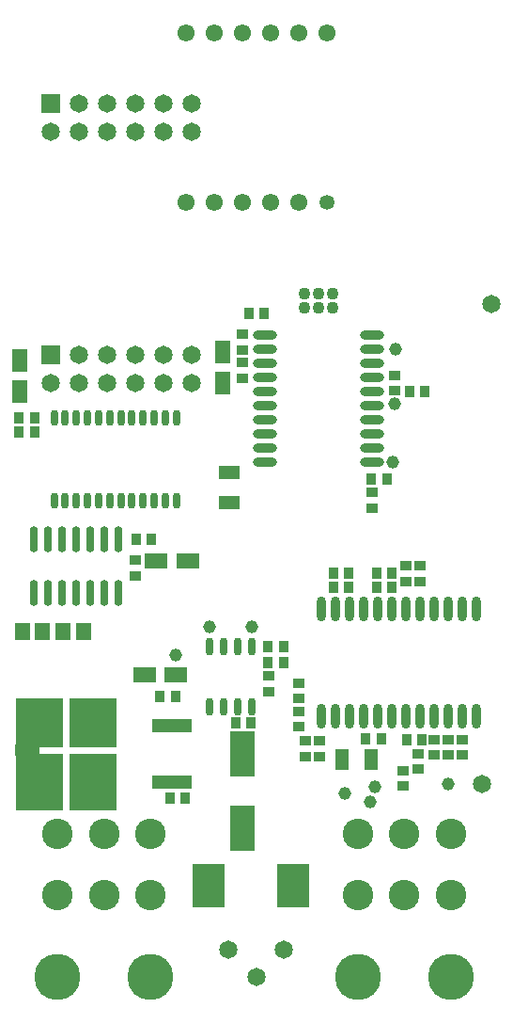
<source format=gts>
G04 Layer_Color=8388736*
%FSAX24Y24*%
%MOIN*%
G70*
G01*
G75*
%ADD81R,0.0850X0.0400*%
%ADD82R,0.1700X0.2050*%
%ADD83R,0.1695X0.2050*%
%ADD84R,0.1695X0.1750*%
%ADD85R,0.1700X0.1750*%
%ADD86O,0.0296X0.0572*%
%ADD87R,0.0532X0.0847*%
%ADD88R,0.0375X0.0414*%
%ADD89O,0.0867X0.0316*%
%ADD90R,0.0414X0.0375*%
%ADD91O,0.0316X0.0887*%
%ADD92R,0.0394X0.0355*%
%ADD93R,0.0906X0.1635*%
%ADD94R,0.1160X0.1560*%
%ADD95R,0.0493X0.0729*%
%ADD96R,0.0847X0.0532*%
%ADD97R,0.0532X0.0611*%
%ADD98O,0.0296X0.0926*%
%ADD99R,0.1438X0.0454*%
%ADD100R,0.0729X0.0493*%
%ADD101O,0.0296X0.0631*%
%ADD102R,0.0355X0.0394*%
%ADD103C,0.0454*%
%ADD104C,0.1084*%
%ADD105C,0.1635*%
%ADD106C,0.0651*%
%ADD107R,0.0651X0.0651*%
%ADD108C,0.0434*%
%ADD109C,0.0611*%
%ADD110C,0.0532*%
%ADD111C,0.0651*%
D81*
X001925Y009100D02*
D03*
D82*
X002350Y007975D02*
D03*
D83*
X004252D02*
D03*
D84*
Y010075D02*
D03*
D85*
X002350D02*
D03*
D86*
X007203Y020876D02*
D03*
X006809D02*
D03*
X006415D02*
D03*
X006022D02*
D03*
X005628D02*
D03*
X005234D02*
D03*
X004841D02*
D03*
X004447D02*
D03*
X004053D02*
D03*
X003659D02*
D03*
X003266D02*
D03*
X002872D02*
D03*
X007203Y017924D02*
D03*
X006809D02*
D03*
X006415D02*
D03*
X006022D02*
D03*
X005628D02*
D03*
X005234D02*
D03*
X004841D02*
D03*
X004447D02*
D03*
X004053D02*
D03*
X003659D02*
D03*
X003266D02*
D03*
X002872D02*
D03*
D87*
X001650Y021799D02*
D03*
Y022901D02*
D03*
X008850Y022099D02*
D03*
Y023201D02*
D03*
D88*
X001624Y020350D02*
D03*
X002176D02*
D03*
X002176Y020850D02*
D03*
X001624D02*
D03*
X015474Y021806D02*
D03*
X016026D02*
D03*
X014124Y018700D02*
D03*
X014676D02*
D03*
X012774Y014850D02*
D03*
X013326D02*
D03*
X013326Y015350D02*
D03*
X012774D02*
D03*
X014312Y014850D02*
D03*
X014863D02*
D03*
X014312Y015350D02*
D03*
X014863D02*
D03*
X009312Y010050D02*
D03*
X009863D02*
D03*
X014476Y009500D02*
D03*
X013924D02*
D03*
X006624Y011000D02*
D03*
X007176D02*
D03*
X006974Y007400D02*
D03*
X007525D02*
D03*
X011013Y012200D02*
D03*
X010462D02*
D03*
X011013Y012750D02*
D03*
X010462D02*
D03*
X010326Y024550D02*
D03*
X009774D02*
D03*
X006326Y016550D02*
D03*
X005774D02*
D03*
X015374Y009450D02*
D03*
D89*
X014137Y019300D02*
D03*
Y019800D02*
D03*
Y020300D02*
D03*
Y020800D02*
D03*
Y021300D02*
D03*
Y021800D02*
D03*
Y022300D02*
D03*
Y022800D02*
D03*
Y023300D02*
D03*
Y023800D02*
D03*
X010338Y019300D02*
D03*
Y019800D02*
D03*
Y020300D02*
D03*
Y020800D02*
D03*
Y021300D02*
D03*
Y021800D02*
D03*
Y022300D02*
D03*
Y022800D02*
D03*
Y023300D02*
D03*
Y023800D02*
D03*
D90*
X009550Y023826D02*
D03*
Y023274D02*
D03*
X014950Y021824D02*
D03*
Y022376D02*
D03*
X014150Y018226D02*
D03*
Y017674D02*
D03*
X015337Y015626D02*
D03*
Y015074D02*
D03*
X015837Y015626D02*
D03*
Y015074D02*
D03*
X017337Y009476D02*
D03*
Y008924D02*
D03*
X016837Y009476D02*
D03*
Y008924D02*
D03*
X016350D02*
D03*
X015250Y007824D02*
D03*
Y008376D02*
D03*
X012287Y009426D02*
D03*
Y008874D02*
D03*
X011787Y009426D02*
D03*
Y008874D02*
D03*
X011537Y009924D02*
D03*
Y010476D02*
D03*
Y010924D02*
D03*
Y011476D02*
D03*
X005750Y015274D02*
D03*
Y015826D02*
D03*
X010487Y011174D02*
D03*
Y011726D02*
D03*
X009550Y022826D02*
D03*
Y022274D02*
D03*
X015800Y008976D02*
D03*
Y008424D02*
D03*
D91*
X017837Y014109D02*
D03*
X017337D02*
D03*
X016837D02*
D03*
X016337D02*
D03*
X015837D02*
D03*
X015337D02*
D03*
X014837D02*
D03*
X014337D02*
D03*
X013837D02*
D03*
X013337D02*
D03*
X012837D02*
D03*
X012337D02*
D03*
X017837Y010291D02*
D03*
X017337D02*
D03*
X016837D02*
D03*
X016337D02*
D03*
X015837D02*
D03*
X015337D02*
D03*
X014837D02*
D03*
X014337D02*
D03*
X013837D02*
D03*
X013337D02*
D03*
X012837D02*
D03*
X012337D02*
D03*
D92*
X016350Y009476D02*
D03*
D93*
X009537Y006331D02*
D03*
Y008969D02*
D03*
D94*
X008350Y004300D02*
D03*
X011350D02*
D03*
D95*
X014131Y008750D02*
D03*
X013068D02*
D03*
D96*
X007189Y011750D02*
D03*
X006086D02*
D03*
X006499Y015800D02*
D03*
X007601D02*
D03*
D97*
X002454Y013300D02*
D03*
X001746D02*
D03*
X003904D02*
D03*
X003196D02*
D03*
D98*
X005150Y016545D02*
D03*
X004650D02*
D03*
X004150D02*
D03*
X003650D02*
D03*
X003150D02*
D03*
X002650D02*
D03*
X002150D02*
D03*
X005150Y014655D02*
D03*
X004650D02*
D03*
X004150D02*
D03*
X003650D02*
D03*
X003150D02*
D03*
X002650D02*
D03*
X002150D02*
D03*
D99*
X007062Y009950D02*
D03*
Y007950D02*
D03*
D100*
X009100Y017868D02*
D03*
Y018931D02*
D03*
D101*
X009887Y012773D02*
D03*
X009387D02*
D03*
X008887D02*
D03*
X008387D02*
D03*
X009887Y010627D02*
D03*
X009387D02*
D03*
X008887D02*
D03*
X008387D02*
D03*
D102*
X015926Y009450D02*
D03*
D103*
X007180Y012450D02*
D03*
X008387Y013450D02*
D03*
X009887D02*
D03*
X014900Y019300D02*
D03*
X015000Y023300D02*
D03*
X014950Y021350D02*
D03*
X014250Y007800D02*
D03*
X014100Y007250D02*
D03*
X013200Y007550D02*
D03*
X016850Y007900D02*
D03*
D104*
X006291Y006115D02*
D03*
Y003950D02*
D03*
X004637Y006115D02*
D03*
Y003950D02*
D03*
X002984D02*
D03*
Y006115D02*
D03*
X016941D02*
D03*
Y003950D02*
D03*
X015287Y006115D02*
D03*
Y003950D02*
D03*
X013634D02*
D03*
Y006115D02*
D03*
D105*
X006291Y001076D02*
D03*
X002984D02*
D03*
X016941D02*
D03*
X013634D02*
D03*
D106*
X009053Y002042D02*
D03*
X010037Y001058D02*
D03*
X011022Y002042D02*
D03*
X002756Y022100D02*
D03*
X003756Y023100D02*
D03*
Y022100D02*
D03*
X004756Y023100D02*
D03*
Y022100D02*
D03*
X005756Y023100D02*
D03*
Y022100D02*
D03*
X006756Y023100D02*
D03*
Y022100D02*
D03*
X007756Y023100D02*
D03*
Y022100D02*
D03*
X002756Y030996D02*
D03*
X003756Y031996D02*
D03*
Y030996D02*
D03*
X004756Y031996D02*
D03*
Y030996D02*
D03*
X005756Y031996D02*
D03*
Y030996D02*
D03*
X006756Y031996D02*
D03*
Y030996D02*
D03*
X007756Y031996D02*
D03*
Y030996D02*
D03*
D107*
X002756Y023100D02*
D03*
Y031996D02*
D03*
D108*
X011737Y025250D02*
D03*
Y024750D02*
D03*
X012237Y025250D02*
D03*
Y024750D02*
D03*
X012737Y025250D02*
D03*
Y024750D02*
D03*
D109*
X012539Y034496D02*
D03*
X011539D02*
D03*
X010539D02*
D03*
X009539D02*
D03*
X008539D02*
D03*
X007539D02*
D03*
Y028496D02*
D03*
X008539D02*
D03*
X009539D02*
D03*
X010539D02*
D03*
X011539D02*
D03*
D110*
X012539D02*
D03*
D111*
X018400Y024900D02*
D03*
X018050Y007900D02*
D03*
M02*

</source>
